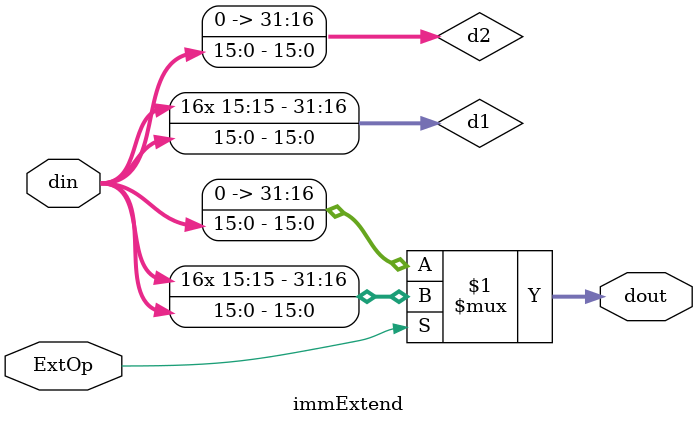
<source format=v>
module immExtend(din,ExtOp,dout);
	input [15:0] din;		//16位数据
	input ExtOp;
	output [31:0] dout;		//32位数据
	wire[31:0] d1,d2;
	assign d1 = {{16{din[15]}},din};	//符号扩展
	assign d2 = {{16'b0},din};			//零扩展
	assign dout = ExtOp ? d1 : d2;
endmodule
</source>
